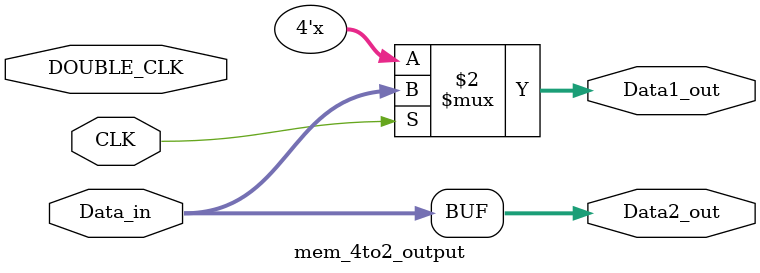
<source format=v>
`timescale 1ns / 1ps


module mem_4to2_output
// Multiplexes 2port ram into 4 port ram
  #(
     parameter integer BIT_WIDTH = 4, 
     parameter integer ADDR_WIDTH = 6
     )
   (
   //single port inputs
    input  wire [BIT_WIDTH-1:0]  Data_in,

    //double port outputs
    output  reg [BIT_WIDTH-1:0]   Data1_out,
    output  reg [BIT_WIDTH-1:0]  Data2_out,
    
    input  wire          CLK,
    input  wire          DOUBLE_CLK
    );
    
    /*
    assign Data2_out = Data_in;
    //when CLK == 0, save 
    always @(posedge DOUBLE_CLK) begin
    Data1_out <= Data_in;
    end
   */
    always @(*) begin
        Data2_out <= Data_in;
        if(CLK) begin
            Data1_out <= Data_in;
        end
    end    
        


    endmodule
</source>
